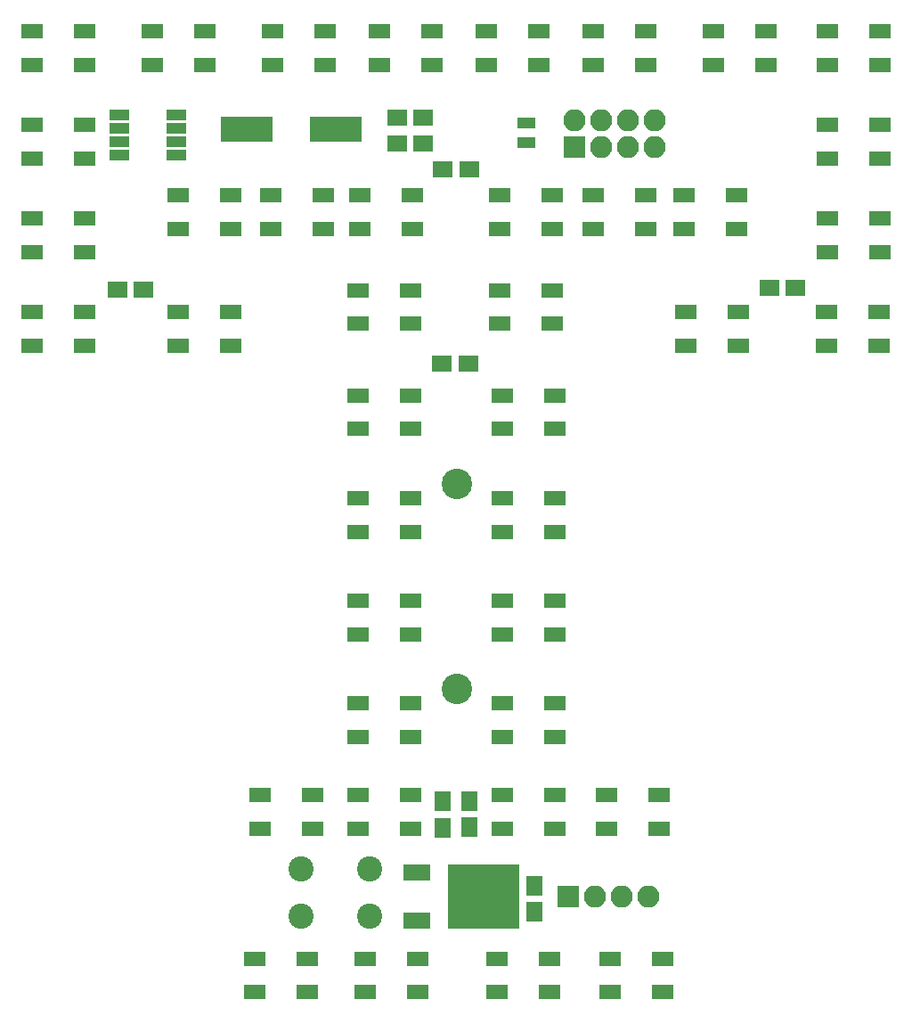
<source format=gbr>
G04 #@! TF.GenerationSoftware,KiCad,Pcbnew,(5.0.0)*
G04 #@! TF.CreationDate,2019-02-18T20:12:55-05:00*
G04 #@! TF.ProjectId,WS2812B Tiny T,575332383132422054696E7920542E6B,rev?*
G04 #@! TF.SameCoordinates,Original*
G04 #@! TF.FileFunction,Soldermask,Top*
G04 #@! TF.FilePolarity,Negative*
%FSLAX46Y46*%
G04 Gerber Fmt 4.6, Leading zero omitted, Abs format (unit mm)*
G04 Created by KiCad (PCBNEW (5.0.0)) date 02/18/19 20:12:55*
%MOMM*%
%LPD*%
G01*
G04 APERTURE LIST*
%ADD10C,2.900000*%
%ADD11R,2.000000X1.400000*%
%ADD12R,1.900000X1.650000*%
%ADD13R,1.650000X1.900000*%
%ADD14O,2.100000X2.100000*%
%ADD15R,2.100000X2.100000*%
%ADD16R,4.900000X2.400000*%
%ADD17C,2.400000*%
%ADD18R,1.950000X1.000000*%
%ADD19R,6.800000X6.200000*%
%ADD20R,2.600000X1.600000*%
%ADD21R,1.700000X1.100000*%
G04 APERTURE END LIST*
D10*
G04 #@! TO.C,J1*
X171200000Y-99800000D03*
X171200000Y-119300000D03*
G04 #@! TD*
D11*
G04 #@! TO.C,U1*
X130850000Y-83490000D03*
X130850000Y-86690000D03*
X135850000Y-83490000D03*
X135850000Y-86690000D03*
G04 #@! TD*
G04 #@! TO.C,U2*
X135850000Y-77800000D03*
X135850000Y-74600000D03*
X130850000Y-77800000D03*
X130850000Y-74600000D03*
G04 #@! TD*
G04 #@! TO.C,U3*
X130850000Y-65710000D03*
X130850000Y-68910000D03*
X135850000Y-65710000D03*
X135850000Y-68910000D03*
G04 #@! TD*
G04 #@! TO.C,U4*
X135850000Y-60020000D03*
X135850000Y-56820000D03*
X130850000Y-60020000D03*
X130850000Y-56820000D03*
G04 #@! TD*
G04 #@! TO.C,U5*
X142280000Y-56820000D03*
X142280000Y-60020000D03*
X147280000Y-56820000D03*
X147280000Y-60020000D03*
G04 #@! TD*
G04 #@! TO.C,U6*
X158710000Y-60020000D03*
X158710000Y-56820000D03*
X153710000Y-60020000D03*
X153710000Y-56820000D03*
G04 #@! TD*
G04 #@! TO.C,U7*
X163870000Y-56820000D03*
X163870000Y-60020000D03*
X168870000Y-56820000D03*
X168870000Y-60020000D03*
G04 #@! TD*
G04 #@! TO.C,U8*
X179030000Y-60020000D03*
X179030000Y-56820000D03*
X174030000Y-60020000D03*
X174030000Y-56820000D03*
G04 #@! TD*
G04 #@! TO.C,U9*
X184150000Y-56820000D03*
X184150000Y-60020000D03*
X189150000Y-56820000D03*
X189150000Y-60020000D03*
G04 #@! TD*
G04 #@! TO.C,U10*
X200620000Y-60020000D03*
X200620000Y-56820000D03*
X195620000Y-60020000D03*
X195620000Y-56820000D03*
G04 #@! TD*
G04 #@! TO.C,U11*
X206415000Y-56820000D03*
X206415000Y-60020000D03*
X211415000Y-56820000D03*
X211415000Y-60020000D03*
G04 #@! TD*
G04 #@! TO.C,U12*
X211415000Y-68910000D03*
X211415000Y-65710000D03*
X206415000Y-68910000D03*
X206415000Y-65710000D03*
G04 #@! TD*
G04 #@! TO.C,U13*
X206415000Y-74600000D03*
X206415000Y-77800000D03*
X211415000Y-74600000D03*
X211415000Y-77800000D03*
G04 #@! TD*
G04 #@! TO.C,U15*
X197989000Y-86690000D03*
X197989000Y-83490000D03*
X192989000Y-86690000D03*
X192989000Y-83490000D03*
G04 #@! TD*
G04 #@! TO.C,U16*
X192786000Y-72400000D03*
X192786000Y-75600000D03*
X197786000Y-72400000D03*
X197786000Y-75600000D03*
G04 #@! TD*
G04 #@! TO.C,U17*
X189190000Y-75600000D03*
X189190000Y-72400000D03*
X184190000Y-75600000D03*
X184190000Y-72400000D03*
G04 #@! TD*
G04 #@! TO.C,U18*
X175300000Y-72400000D03*
X175300000Y-75600000D03*
X180300000Y-72400000D03*
X180300000Y-75600000D03*
G04 #@! TD*
G04 #@! TO.C,U19*
X180300000Y-84600000D03*
X180300000Y-81400000D03*
X175300000Y-84600000D03*
X175300000Y-81400000D03*
G04 #@! TD*
G04 #@! TO.C,U20*
X175500000Y-91400000D03*
X175500000Y-94600000D03*
X180500000Y-91400000D03*
X180500000Y-94600000D03*
G04 #@! TD*
G04 #@! TO.C,U21*
X175500000Y-101150000D03*
X175500000Y-104350000D03*
X180500000Y-101150000D03*
X180500000Y-104350000D03*
G04 #@! TD*
G04 #@! TO.C,U22*
X180500000Y-114100000D03*
X180500000Y-110900000D03*
X175500000Y-114100000D03*
X175500000Y-110900000D03*
G04 #@! TD*
G04 #@! TO.C,U23*
X175500000Y-120650000D03*
X175500000Y-123850000D03*
X180500000Y-120650000D03*
X180500000Y-123850000D03*
G04 #@! TD*
G04 #@! TO.C,U24*
X180500000Y-132600000D03*
X180500000Y-129400000D03*
X175500000Y-132600000D03*
X175500000Y-129400000D03*
G04 #@! TD*
G04 #@! TO.C,U25*
X185460000Y-129400000D03*
X185460000Y-132600000D03*
X190460000Y-129400000D03*
X190460000Y-132600000D03*
G04 #@! TD*
G04 #@! TO.C,U26*
X190750000Y-148100000D03*
X190750000Y-144900000D03*
X185750000Y-148100000D03*
X185750000Y-144900000D03*
G04 #@! TD*
G04 #@! TO.C,U27*
X175000000Y-144900000D03*
X175000000Y-148100000D03*
X180000000Y-144900000D03*
X180000000Y-148100000D03*
G04 #@! TD*
G04 #@! TO.C,U28*
X167500000Y-148100000D03*
X167500000Y-144900000D03*
X162500000Y-148100000D03*
X162500000Y-144900000D03*
G04 #@! TD*
G04 #@! TO.C,U29*
X152000000Y-144900000D03*
X152000000Y-148100000D03*
X157000000Y-144900000D03*
X157000000Y-148100000D03*
G04 #@! TD*
G04 #@! TO.C,U30*
X157500000Y-132600000D03*
X157500000Y-129400000D03*
X152500000Y-132600000D03*
X152500000Y-129400000D03*
G04 #@! TD*
G04 #@! TO.C,U31*
X161830000Y-129400000D03*
X161830000Y-132600000D03*
X166830000Y-129400000D03*
X166830000Y-132600000D03*
G04 #@! TD*
G04 #@! TO.C,U32*
X166830000Y-123850000D03*
X166830000Y-120650000D03*
X161830000Y-123850000D03*
X161830000Y-120650000D03*
G04 #@! TD*
G04 #@! TO.C,U33*
X161830000Y-110900000D03*
X161830000Y-114100000D03*
X166830000Y-110900000D03*
X166830000Y-114100000D03*
G04 #@! TD*
G04 #@! TO.C,U34*
X166830000Y-104350000D03*
X166830000Y-101150000D03*
X161830000Y-104350000D03*
X161830000Y-101150000D03*
G04 #@! TD*
G04 #@! TO.C,U35*
X161830000Y-91400000D03*
X161830000Y-94600000D03*
X166830000Y-91400000D03*
X166830000Y-94600000D03*
G04 #@! TD*
G04 #@! TO.C,U36*
X166830000Y-84600000D03*
X166830000Y-81400000D03*
X161830000Y-84600000D03*
X161830000Y-81400000D03*
G04 #@! TD*
G04 #@! TO.C,U37*
X162000000Y-72400000D03*
X162000000Y-75600000D03*
X167000000Y-72400000D03*
X167000000Y-75600000D03*
G04 #@! TD*
G04 #@! TO.C,U38*
X158500000Y-75600000D03*
X158500000Y-72400000D03*
X153500000Y-75600000D03*
X153500000Y-72400000D03*
G04 #@! TD*
G04 #@! TO.C,U39*
X144750000Y-72400000D03*
X144750000Y-75600000D03*
X149750000Y-72400000D03*
X149750000Y-75600000D03*
G04 #@! TD*
G04 #@! TO.C,U14*
X206375000Y-83490000D03*
X206375000Y-86690000D03*
X211375000Y-83490000D03*
X211375000Y-86690000D03*
G04 #@! TD*
D12*
G04 #@! TO.C,C1*
X165518000Y-67479600D03*
X168018000Y-67479600D03*
G04 #@! TD*
G04 #@! TO.C,C2*
X168018000Y-64979600D03*
X165518000Y-64979600D03*
G04 #@! TD*
D13*
G04 #@! TO.C,C3*
X178562000Y-137973000D03*
X178562000Y-140473000D03*
G04 #@! TD*
D12*
G04 #@! TO.C,C4*
X172375000Y-69951600D03*
X169875000Y-69951600D03*
G04 #@! TD*
G04 #@! TO.C,C5*
X141458000Y-81330800D03*
X138958000Y-81330800D03*
G04 #@! TD*
G04 #@! TO.C,C6*
X172314000Y-88392000D03*
X169814000Y-88392000D03*
G04 #@! TD*
G04 #@! TO.C,C7*
X200934000Y-81178400D03*
X203434000Y-81178400D03*
G04 #@! TD*
D13*
G04 #@! TO.C,C8*
X169875000Y-132466000D03*
X169875000Y-129966000D03*
G04 #@! TD*
G04 #@! TO.C,C9*
X172389000Y-129947000D03*
X172389000Y-132447000D03*
G04 #@! TD*
D14*
G04 #@! TO.C,J2*
X189420000Y-139000000D03*
X186880000Y-139000000D03*
X184340000Y-139000000D03*
D15*
X181800000Y-139000000D03*
G04 #@! TD*
D11*
G04 #@! TO.C,U40*
X144750000Y-83500000D03*
X144750000Y-86700000D03*
X149750000Y-83500000D03*
X149750000Y-86700000D03*
G04 #@! TD*
D16*
G04 #@! TO.C,Y1*
X159698000Y-66090800D03*
X151198000Y-66090800D03*
G04 #@! TD*
D17*
G04 #@! TO.C,SW1*
X162900000Y-136400000D03*
X162900000Y-140900000D03*
X156400000Y-136400000D03*
X156400000Y-140900000D03*
G04 #@! TD*
D18*
G04 #@! TO.C,MCU1*
X139134000Y-68554600D03*
X139134000Y-67284600D03*
X139134000Y-66014600D03*
X139134000Y-64744600D03*
X144534000Y-64744600D03*
X144534000Y-66014600D03*
X144534000Y-67284600D03*
X144534000Y-68554600D03*
G04 #@! TD*
D19*
G04 #@! TO.C,U41*
X173736000Y-138989000D03*
D20*
X167436000Y-141269000D03*
X167436000Y-136709000D03*
G04 #@! TD*
D14*
G04 #@! TO.C,J3*
X189988000Y-65231000D03*
X189988000Y-67771000D03*
X187448000Y-65231000D03*
X187448000Y-67771000D03*
X184908000Y-65231000D03*
X184908000Y-67771000D03*
X182368000Y-65231000D03*
D15*
X182368000Y-67771000D03*
G04 #@! TD*
D21*
G04 #@! TO.C,R1*
X177800000Y-67381200D03*
X177800000Y-65481200D03*
G04 #@! TD*
M02*

</source>
